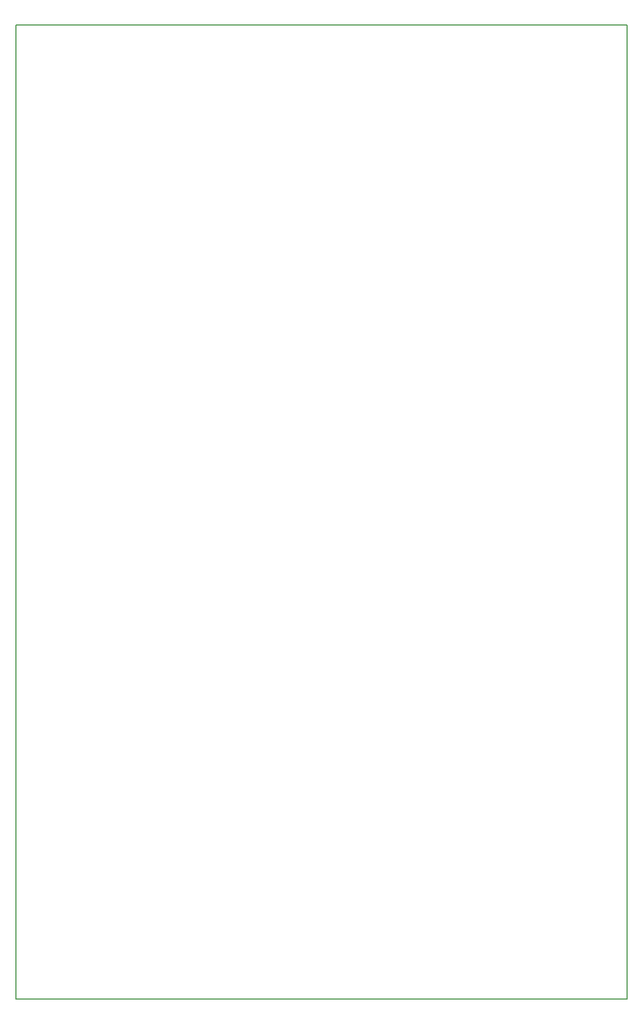
<source format=gbr>
G04 #@! TF.FileFunction,Profile,NP*
%FSLAX46Y46*%
G04 Gerber Fmt 4.6, Leading zero omitted, Abs format (unit mm)*
G04 Created by KiCad (PCBNEW 4.0.7-e2-6376~58~ubuntu14.04.1) date Tue Dec 19 21:47:33 2017*
%MOMM*%
%LPD*%
G01*
G04 APERTURE LIST*
%ADD10C,0.100000*%
%ADD11C,0.150000*%
G04 APERTURE END LIST*
D10*
D11*
X97500000Y0D02*
X0Y0D01*
X97500000Y155250000D02*
X97500000Y0D01*
X0Y155250000D02*
X97500000Y155250000D01*
X0Y0D02*
X0Y155250000D01*
M02*

</source>
